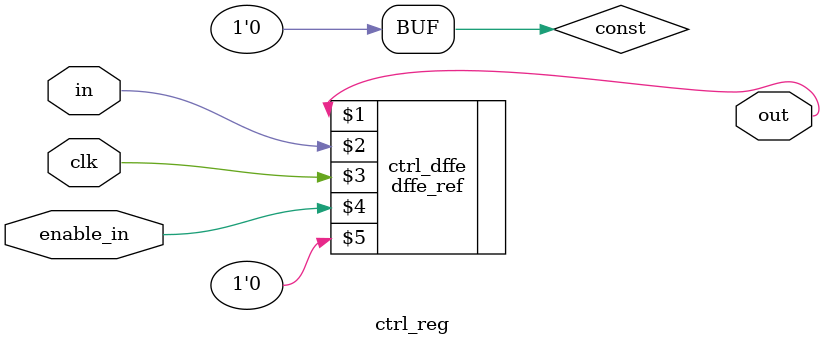
<source format=v>
module ctrl_reg(in, clk, enable_in, out);
    input in, clk, enable_in;

    output out;
    wire const;
    assign const = 1'b0;
    dffe_ref ctrl_dffe(out, in, clk, enable_in, const);
endmodule
</source>
